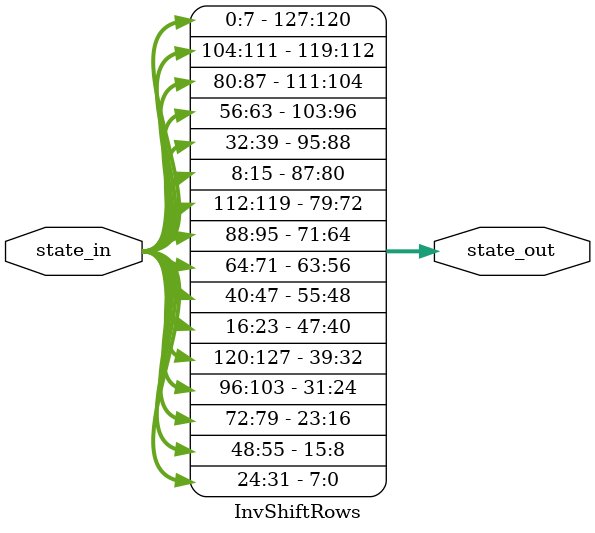
<source format=v>
module InvShiftRows(input  [0:127] state_in ,  output  [0:127] state_out );

//first row
assign state_out[0:7] = state_in[0:7];
assign state_out[32:39] = state_in[32:39];
assign state_out[64:71] = state_in[64:71];
assign state_out[96:103] = state_in[96:103];

//second row
assign state_out[8:15] = state_in[104:111];
assign state_out[40:47] = state_in[8:15];
assign state_out[72:79] = state_in[40:47];
assign state_out[104:111] = state_in[72:79];

//third row
assign state_out[16:23] = state_in[80:87];
assign state_out[48:55] = state_in[112:119];
assign state_out[80:87] = state_in[16:23];
assign state_out[112:119] = state_in[48:55];

//forth row
assign state_out[24:31] = state_in[56:63];
assign state_out[56:63] = state_in[88:95];
assign state_out[88:95] = state_in[120:127];
assign state_out[120:127] = state_in[24:31];

endmodule
</source>
